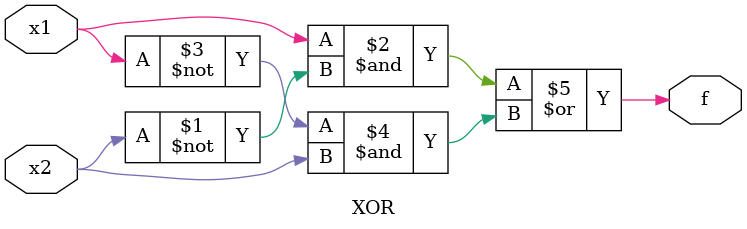
<source format=v>
module XOR(x1, x2, f);
	input  x1, x2;
	output  f;
	assign f = ( x1 &  ~x2 )|( ~x1 & x2 );
endmodule


</source>
